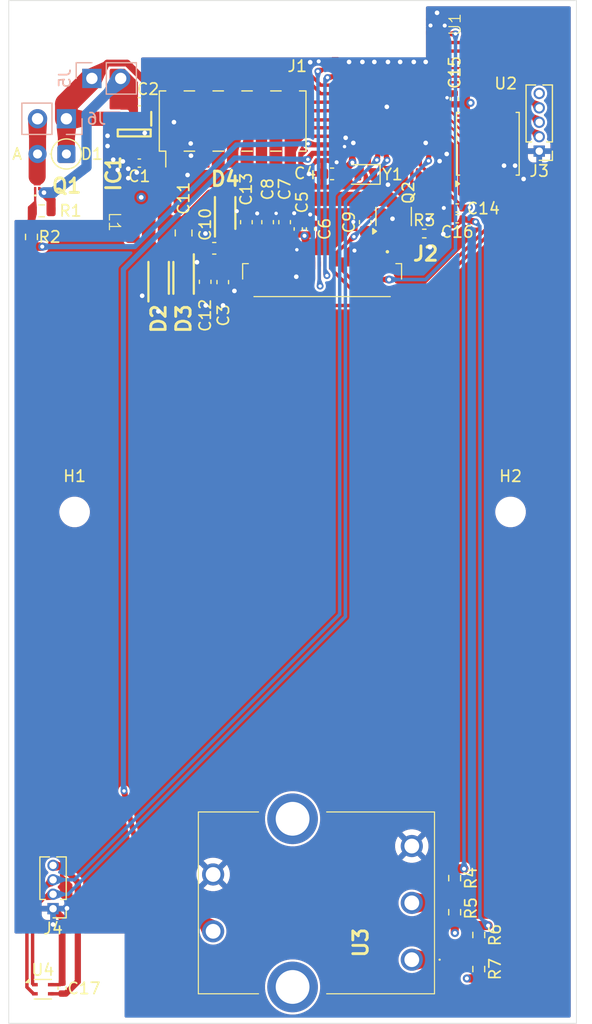
<source format=kicad_pcb>
(kicad_pcb (version 20241229) (generator "pcbnew") (generator_version "9.0")
  (layers (0 "F.Cu" signal) (4 "In1.Cu" signal) (6 "In2.Cu" signal) (2 "B.Cu" signal) (13 "F.Paste" user) (15 "B.Paste" user) (5 "F.SilkS" user "F.Silkscreen") (7 "B.SilkS" user "B.Silkscreen") (1 "F.Mask" user) (3 "B.Mask" user) (25 "Edge.Cuts" user))
  (net 0 "")
  (net 1 "GND")
  (net 2 "/ENC_A")
  (net 3 "/ENC_B")
  (net 4 "/SWDIO")
  (net 5 "/SWDCLK")
  (net 6 "/SCL")
  (net 7 "/SDA")
  (net 8 "+5V")
  (net 9 "/ENC_BTN")
  (net 10 "Net-(D1-A)")
  (net 11 "Net-(Q1-G)")
  (net 12 "/HEAT_ENABLE")
  (net 15 "+2V5")
  (net 17 "Net-(D3-A)")
  (net 18 "Net-(D2-A)")
  (net 19 "/EPD_BUSY_N")
  (net 20 "Net-(Q2-G)")
  (net 21 "/EPD_SDA")
  (net 22 "Net-(Q2-S)")
  (net 23 "/EPD_CSB")
  (net 24 "/EPD_DC")
  (net 25 "/EPD_RST_N")
  (net 28 "/NRESET")
  (net 29 "/EPD_SCK")
  (net 30 "Net-(U1-P1.01{slash}XL2)")
  (net 31 "Net-(U1-P1.00{slash}XL1)")
  (net 34 "/QSPI_CS")
  (net 35 "/QSPI_IO3")
  (net 36 "/QSPI_IO0")
  (net 37 "/QSPI_CLK")
  (net 38 "/QSPI_IO1")
  (net 39 "/QSPI_IO2")
  (net 40 "Net-(C3-Pad2)")
  (net 41 "Net-(C7-Pad1)")
  (net 42 "Net-(C8-Pad1)")
  (net 43 "Net-(C9-Pad1)")
  (net 44 "Net-(C10-Pad2)")
  (net 45 "Net-(D4-A)")
  (net 46 "Net-(D4-K)")
  (net 47 "Net-(J1-Pin_10)")
  (net 48 "Net-(J1-Pin_5)")
  (net 49 "Net-(J1-Pin_6)")
  (net 50 "Net-(J1-Pin_8)")
  (net 52 "Net-(J1-Pin_9)")
  (net 53 "Net-(J1-Pin_4)")
  (net 54 "Net-(J1-Pin_3)")
  (net 62 "Net-(R4-Pad2)")
  (net 63 "Net-(R6-Pad2)")
  (footprint "Capacitor_SMD:C_0603_1608Metric" (layer "F.Cu") (at 93.85 79.775 90)
    (property "Reference" "C3")
    (property "Value" "1u")
  )
  (footprint "Capacitor_SMD:C_0603_1608Metric" (layer "F.Cu") (at 106.4 74.5 90)
    (property "Reference" "C9")
    (property "Value" "1u")
  )
  (footprint "Capacitor_SMD:C_0402_1005Metric" (layer "F.Cu") (at 86.5 69.3 180)
    (property "Reference" "C1")
    (property "Value" "1u")
  )
  (footprint "Crystal:Crystal_SMD_2012-2Pin_2.0x1.2mm" (layer "F.Cu") (at 106.45 70.3 180)
    (property "Reference" "Y1")
    (property "Value" "32.768kHz")
  )
  (footprint "Panjit:SODFL3618X110N" (layer "F.Cu") (at 88.2 79.4 90)
    (property "Reference" "D2")
    (property "Value" "40V 2A" (hide yes))
  )
  (footprint "Diode_THT:D_DO-35_SOD27_P2.54mm_Vertical_AnodeUp" (layer "F.Cu") (at 80.075 68.5 180)
    (property "Reference" "D1")
    (property "Value" "1N4148-T")
  )
  (footprint "Capacitor_SMD:C_0603_1608Metric" (layer "F.Cu") (at 97.8 74.5 90)
    (property "Reference" "C8")
    (property "Value" "1u")
  )
  (footprint "Package_SO:SOIC-8_5.3x5.3mm_P1.27mm" (layer "F.Cu") (at 117.2 67.6 90)
    (property "Reference" "U2")
    (property "Value" "W25Q16JVSS")
  )
  (footprint "Resistor_SMD:R_0603_1608Metric" (layer "F.Cu") (at 116.4 137.225 -90)
    (property "Reference" "R6")
    (property "Value" "10k")
  )
  (footprint "Capacitor_SMD:C_0603_1608Metric" (layer "F.Cu") (at 103.475 70.25 180)
    (property "Reference" "C4")
    (property "Value" "10u")
  )
  (footprint "Capacitor_SMD:C_0402_1005Metric" (layer "F.Cu") (at 114.25 63.65 90)
    (property "Reference" "C15")
    (property "Value" "100n")
  )
  (footprint "Capacitor_SMD:C_0402_1005Metric" (layer "F.Cu") (at 101.575 75.1 90)
    (property "Reference" "C6")
    (property "Value" "100n")
  )
  (footprint "Ezurio:453-00xxx" (layer "F.Cu") (at 108.5 62.7 90)
    (property "Reference" "U1")
    (property "Value" "~" (hide yes))
  )
  (footprint "Hirose:FH34SRJ24S05SH50" (layer "F.Cu") (at 102.6 79.6)
    (property "Reference" "J2")
    (property "Value" "FH34SRJ-24S-0.5SH_50_" (hide yes))
  )
  (footprint "Resistor_SMD:R_0603_1608Metric" (layer "F.Cu") (at 114.27675 135.222382 -90)
    (property "Reference" "R5")
    (property "Value" "10k")
  )
  (footprint "Capacitor_SMD:C_0402_1005Metric" (layer "F.Cu") (at 86.5 63.9 180)
    (property "Reference" "C2")
    (property "Value" "0.1u")
  )
  (footprint "Capacitor_SMD:C_0805_2012Metric" (layer "F.Cu") (at 90.4 75.45 -90)
    (property "Reference" "C11")
    (property "Value" "4.7u")
  )
  (footprint "Connector_PinHeader_2.54mm:PinHeader_2x05_P2.54mm_Vertical_SMD" (layer "F.Cu") (at 94.72 65.6 90)
    (property "Reference" "J1")
    (property "Value" "Conn_02x05_Odd_Even")
  )
  (footprint "Resistor_SMD:R_0603_1608Metric" (layer "F.Cu") (at 77.9 73.5)
    (property "Reference" "R1")
    (property "Value" "100k")
  )
  (footprint "Bourns:PEC164120FS0012" (layer "F.Cu") (at 102.1 134.4 90)
    (property "Reference" "U3")
    (property "Value" "PEC16-4220F-S0012" (hide yes))
  )
  (footprint "Connector_PinHeader_1.27mm:PinHeader_1x04_P1.27mm_Vertical" (layer "F.Cu") (at 78.9 134.91 180)
    (property "Reference" "J4")
    (property "Value" "Conn_01x04")
  )
  (footprint "Capacitor_SMD:C_0402_1005Metric" (layer "F.Cu") (at 79.7 141.9 90)
    (property "Reference" "C17")
    (property "Value" "100n")
  )
  (footprint "Panjit:SODFL3618X110N" (layer "F.Cu") (at 94.06 73.69 90)
    (property "Reference" "D4")
    (property "Value" "40V 2A" (hide yes))
  )
  (footprint "TI2:SOT95P280X145-5N" (layer "F.Cu") (at 86.05 66.65 -90)
    (property "Reference" "IC1")
    (property "Value" "TLV74125PDBVR" (hide yes))
  )
  (footprint "Connector_PinHeader_1.27mm:PinHeader_1x05_P1.27mm_Vertical" (layer "F.Cu") (at 121.725 68.25 180)
    (property "Reference" "J3")
    (property "Value" "Conn_01x05")
  )
  (footprint "Capacitor_SMD:C_0402_1005Metric" (layer "F.Cu") (at 114.5 74.2 180)
    (property "Reference" "C16")
    (property "Value" "10n")
  )
  (footprint "Panjit:SODFL3618X110N" (layer "F.Cu") (at 90.4 79.4 -90)
    (property "Reference" "D3")
    (property "Value" "40V 2A" (hide yes))
  )
  (footprint "PMH600UNEH:PMH600UNEH" (layer "F.Cu") (at 77.5 71.3)
    (property "Reference" "Q1")
    (property "Value" "PMH600UNEH" (hide yes))
  )
  (footprint "Inductors_extra:ATNR4010" (layer "F.Cu") (at 87.325 74.475 -90)
    (property "Reference" "L1")
    (property "Value" "10uH")
  )
  (footprint "Resistor_SMD:R_0603_1608Metric" (layer "F.Cu") (at 114.27675 132.222382 -90)
    (property "Reference" "R4")
    (property "Value" "10k")
  )
  (footprint "Capacitor_SMD:C_0402_1005Metric" (layer "F.Cu") (at 114.5 73.25 180)
    (property "Reference" "C14")
    (property "Value" "10n")
  )
  (footprint "Resistor_SMD:R_0603_1608Metric" (layer "F.Cu") (at 77 75.8 -90)
    (property "Reference" "R2")
    (property "Value" "10k")
  )
  (footprint "Resistor_SMD:R_0402_1005Metric" (layer "F.Cu") (at 111.6 75.5)
    (property "Reference" "R3")
    (property "Value" "0.47R")
  )
  (footprint "MountingHole:MountingHole_2.2mm_M2" (layer "F.Cu") (at 80.8 100)
    (property "Reference" "H1")
    (property "Value" "MountingHole")
  )
  (footprint "Capacitor_SMD:C_0402_1005Metric" (layer "F.Cu") (at 100.5 75.1 90)
    (property "Reference" "C5")
    (property "Value" "1u")
  )
  (footprint "Capacitor_SMD:C_0603_1608Metric" (layer "F.Cu") (at 95.93 74.5 -90)
    (property "Reference" "C13")
    (property "Value" "1u")
  )
  (footprint "Package_TO_SOT_SMD:SOT-23-3" (layer "F.Cu") (at 108.9 74 90)
    (property "Reference" "Q2")
    (property "Value" "DMG3406L")
  )
  (footprint "Resistor_SMD:R_0603_1608Metric" (layer "F.Cu") (at 116.4 140.225 -90)
    (property "Reference" "R7")
    (property "Value" "10k")
  )
  (footprint "MountingHole:MountingHole_2.2mm_M2" (layer "F.Cu") (at 119.2 100)
    (property "Reference" "H2")
    (property "Value" "MountingHole")
  )
  (footprint "Capacitor_SMD:C_0603_1608Metric" (layer "F.Cu") (at 92.3 79.75 90)
    (property "Reference" "C12")
    (property "Value" "1u")
  )
  (footprint "Capacitor_SMD:C_0603_1608Metric" (layer "F.Cu") (at 93.1 76.8)
    (property "Reference" "C10")
    (property "Value" "1u")
  )
  (footprint "Capacitor_SMD:C_0603_1608Metric" (layer "F.Cu") (at 99.3 74.5 90)
    (property "Reference" "C7")
    (property "Value" "1u")
  )
  (footprint "Sensor_Humidity:Sensirion_DFN-4_1.5x1.5mm_P0.8mm_SHT4x_NoCentralPad" (layer "F.Cu") (at 78 142)
    (property "Reference" "U4")
    (property "Value" "SHT4x")
  )
  (footprint "Connector_PinHeader_2.54mm:PinHeader_1x02_P2.54mm_Vertical" (layer "B.Cu") (at 80.075 65.4 90)
    (property "Reference" "J6")
    (property "Value" "Conn_01x02")
  )
  (footprint "Connector_PinHeader_2.54mm:PinHeader_1x02_P2.54mm_Vertical" (layer "B.Cu") (at 82.32 61.85 -90)
    (property "Reference" "J5")
    (property "Value" "Conn_01x02")
  )
  (gr_line (start 125 55) (end 75 55) (stroke (width 0.05)) (layer "Edge.Cuts"))
  (gr_line (start 75 145) (end 125 145) (stroke (width 0.05)) (layer "Edge.Cuts"))
  (gr_line (start 125 145) (end 125 55) (stroke (width 0.05)) (layer "Edge.Cuts"))
  (gr_line (start 75 55) (end 75 145) (stroke (width 0.05)) (layer "Edge.Cuts"))
  (segment (start 103.88 69.23) (end 104.13 69.2) (width 0.45) (layer "F.Cu") (net 1))
  (segment (start 104.4992 68.8308) (end 104.4992 68.48896) (width 0.45) (layer "F.Cu") (net 1))
  (segment (start 114.25 63.17) (end 113.984996 63.17) (width 0.55) (layer "F.Cu") (net 1))
  (segment (start 104.13 69.2) (end 104.4992 68.8308) (width 0.45) (layer "F.Cu") (net 1))
  (segment (start 112.15 57.19216) (end 111.97521 57.36695) (width 0.45) (layer "F.Cu") (net 1))
  (segment (start 112.746 57.19216) (end 112.15 57.19216) (width 0.5) (layer "F.Cu") (net 1))
  (segment (start 77.727 71.545) (end 77.745 71.545) (width 0.2) (layer "F.Cu") (net 1))
  (segment (start 114.02 74.2) (end 114.02 73.25) (width 0.55) (layer "F.Cu") (net 1))
  (segment (start 112.746 57.19216) (end 112.309 57.19216) (width 0.5) (layer "F.Cu") (net 1))
  (segment (start 79.52 141.6) (end 79.7 141.42) (width 0.3) (layer "F.Cu") (net 1))
  (segment (start 79.7 135.71) (end 78.9 134.91) (width 0.6) (layer "F.Cu") (net 1))
  (segment (start 84.86 61.85) (end 86.02 63.01) (width 0.6) (layer "F.Cu") (net 1))
  (segment (start 111.97521 57.36695) (end 111.97521 57.94979) (width 0.45) (layer "F.Cu") (net 1))
  (segment (start 86.02 63.01) (end 86.02 63.9) (width 0.6) (layer "F.Cu") (net 1))
  (segment (start 104.575 67.85) (end 104.4992 67.9008) (width 0.45) (layer "F.Cu") (net 1))
  (segment (start 77.745 71.545) (end 78.1 71.9) (width 0.2) (layer "F.Cu") (net 1))
  (segment (start 113.984996 63.17) (end 113.606006 63.54899) (width 0.55) (layer "F.Cu") (net 1))
  (segment (start 78.7 141.6) (end 79.52 141.6) (width 0.3) (layer "F.Cu") (net 1))
  (segment (start 112.15 57.19216) (end 112 57.19216) (width 0.5) (layer "F.Cu") (net 1))
  (segment (start 78.725 73.5) (end 78.725 72.525) (width 0.8) (layer "F.Cu") (net 1))
  (segment (start 105.45 77) (end 105.094934 77.055066) (width 0.3) (layer "F.Cu") (net 1))
  (segment (start 112 57.19216) (end 112 56.6) (width 0.5) (layer "F.Cu") (net 1))
  (segment (start 86.05 63.6225) (end 86.05 65.4) (width 0.65) (layer "F.Cu") (net 1))
  (segment (start 104.4992 67.9008) (end 104.4992 68.48896) (width 0.45) (layer "F.Cu") (net 1))
  (segment (start 105.094934 77.055066) (end 104.85 77.3) (width 0.3) (layer "F.Cu") (net 1))
  (segment (start 78.725 72.525) (end 78.1 71.9) (width 0.8) (layer "F.Cu") (net 1))
  (segment (start 79.7 141.42) (end 79.7 135.71) (width 0.6) (layer "F.Cu") (net 1))
  (segment (start 104.85 77.3) (end 104.85 78) (width 0.3) (layer "F.Cu") (net 1))
  (via (at 101.45 70.25) (size 0.8128) (drill 0.4064) (layers "F.Cu" "B.Cu") (net 1))
  (via (at 105.45 77) (size 0.7112) (drill 0.3556) (layers "F.Cu" "B.Cu") (net 1))
  (via (at 112.95 69.125) (size 0.8128) (drill 0.4064) (layers "F.Cu" "B.Cu") (net 1))
  (via (at 90.75 70.35) (size 0.8128) (drill 0.4064) (layers "F.Cu" "B.Cu") (net 1))
  (via (at 100.325 79.3) (size 0.8128) (drill 0.4064) (layers "F.Cu" "B.Cu") (net 1))
  (via (at 120.35 70.7) (size 0.8128) (drill 0.4064) (layers "F.Cu" "B.Cu") (net 1))
  (via (at 101.55 60.425) (size 0.8128) (drill 0.4064) (layers "F.Cu" "B.Cu") (net 1))
  (via (at 91.575 78.025) (size 0.8128) (drill 0.4064) (layers "F.Cu" "B.Cu") (net 1))
  (via (at 85.525 69.8) (size 0.8128) (drill 0.4064) (layers "F.Cu" "B.Cu") (net 1))
  (via (at 98.55 73.725) (size 0.6096) (drill 0.3048) (layers "F.Cu" "B.Cu") (net 1))
  (via (at 104.975 60.4) (size 0.8128) (drill 0.4064) (layers "F.Cu" "B.Cu") (net 1))
  (via (at 86.275 70.125) (size 0.8128) (drill 0.4064) (layers "F.Cu" "B.Cu") (net 1))
  (via (at 104.575 67.85) (size 0.6096) (drill 0.3048) (layers "F.Cu" "B.Cu") (net 1))
  (via (at 108.3 64.35) (size 0.8128) (drill 0.4064) (layers "F.Cu" "B.Cu") (net 1))
  (via (at 101.55 73.825) (size 0.7112) (drill 0.3556) (layers "F.Cu" "B.Cu") (net 1))
  (via (at 104.675 67.075) (size 0.8128) (drill 0.4064) (layers "F.Cu" "B.Cu") (net 1))
  (via (at 92.35 81.825) (size 0.8128) (drill 0.4064) (layers "F.Cu" "B.Cu") (net 1))
  (via (at 118.625 69.525) (size 0.8128) (drill 0.4064) (layers "F.Cu" "B.Cu") (net 1))
  (via (at 102.3 60.35) (size 0.7112) (drill 0.3556) (layers "F.Cu" "B.Cu") (net 1))
  (via (at 119.6 69.525) (size 0.8128) (drill 0.4064) (layers "F.Cu" "B.Cu") (net 1))
  (via (at 112.15 57.19216) (size 0.7112) (drill 0.3556) (layers "F.Cu" "B.Cu") (net 1))
  (via (at 85.525 70.625) (size 0.8128) (drill 0.4064) (layers "F.Cu" "B.Cu") (net 1))
  (via (at 113.275 75.55) (size 0.8128) (drill 0.4064) (layers "F.Cu" "B.Cu") (net 1))
  (via (at 111.725 60.4) (size 0.8128) (drill 0.4064) (layers "F.Cu" "B.Cu") (net 1))
  (via (at 94.875 80.55) (size 0.8128) (drill 0.4064) (layers "F.Cu" "B.Cu") (net 1))
  (via (at 86.75 80.975) (size 0.8128) (drill 0.4064) (layers "F.Cu" "B.Cu") (net 1))
  (via (at 91.05 68.65) (size 0.8128) (drill 0.4064) (layers "F.Cu" "B.Cu") (net 1))
  (via (at 83.7 67.8) (size 0.8128) (drill 0.4064) (layers "F.Cu" "B.Cu") (net 1))
  (via (at 111.725 67.525) (size 0.8128) (drill 0.4064) (layers "F.Cu" "B.Cu") (net 1))
  (via (at 108.8 74.2) (size 0.8128) (drill 0.4064) (layers "F.Cu" "B.Cu") (net 1))
  (via (at 100.14 73.71) (size 0.7112) (drill 0.3556) (layers "F.Cu" "B.Cu") (net 1))
  (via (at 106.15 60.4) (size 0.8128) (drill 0.4064) (layers "F.Cu" "B.Cu") (net 1))
  (via (at 113.4 57.2) (size 0.7112) (drill 0.3556) (layers "F.Cu" "B.Cu") (net 1))
  (via (at 88.175 82.35) (size 0.8128) (drill 0.4064) (layers "F.Cu" "B.Cu") (net 1))
  (via (at 85.05 69.15) (size 0.8128) (drill 0.4064) (layers "F.Cu" "B.Cu") (net 1))
  (via (at 112.725 56.075) (size 0.8128) (drill 0.4064) (layers "F.Cu" "B.Cu") (net 1))
  (via (at 96.88 73.73) (size 0.7112) (drill 0.3556) (layers "F.Cu" "B.Cu") (net 1))
  (via (at 100.375 76.925) (size 0.6096) (drill 0.3048) (layers "F.Cu" "B.Cu") (net 1))
  (via (at 112.1 76.7) (size 0.8128) (drill 0.4064) (layers "F.Cu" "B.Cu") (net 1))
  (via (at 108.4 71.2) (size 0.8128) (drill 0.4064) (layers "F.Cu" "B.Cu") (net 1))
  (via (at 109.475 60.4) (size 0.8128) (drill 0.4064) (layers "F.Cu" "B.Cu") (net 1))
  (via (at 110.675 60.4) (size 0.8128) (drill 0.4064) (layers "F.Cu" "B.Cu") (net 1))
  (via (at 95.09 73.53) (size 0.7112) (drill 0.3556) (layers "F.Cu" "B.Cu") (net 1))
  (via (at 91.025 67.575) (size 0.8128) (drill 0.4064) (layers "F.Cu" "B.Cu") (net 1))
  (via (at 113.32 73.25) (size 0.7112) (drill 0.3556) (layers "F.Cu" "B.Cu") (net 1))
  (via (at 108.4 60.4) (size 0.8128) (drill 0.4064) (layers "F.Cu" "B.Cu") (net 1))
  (via (at 113.606006 63.54899) (size 0.6096) (drill 0.3048) (layers "F.Cu" "B.Cu") (net 1))
  (via (at 84.2 69) (size 0.8128) (drill 0.4064) (layers "F.Cu" "B.Cu") (net 1))
  (via (at 86.975 66.65) (size 0.8128) (drill 0.4064) (layers "F.Cu" "B.Cu") (net 1))
  (via (at 92.325 75.5) (size 0.8128) (drill 0.4064) (layers "F.Cu" "B.Cu") (net 1))
  (via (at 83.7 66.9) (size 0.8128) (drill 0.4064) (layers "F.Cu" "B.Cu") (net 1))
  (via (at 113.575 68.5) (size 0.8128) (drill 0.4064) (layers "F.Cu" "B.Cu") (net 1))
  (via (at 84.6 69.9) (size 0.8128) (drill 0.4064) (layers "F.Cu" "B.Cu") (net 1))
  (via (at 78.9 136.3) (size 0.8128) (drill 0.4064) (layers "F.Cu" "B.Cu") (net 1))
  (via (at 107.2 60.4) (size 0.8128) (drill 0.4064) (layers "F.Cu" "B.Cu") (net 1))
  (via (at 105.35 74.475) (size 0.7112) (drill 0.3556) (layers "F.Cu" "B.Cu") (net 1))
  (via (at 103.88 69.23) (size 0.7112) (drill 0.3556) (layers "F.Cu" "B.Cu") (net 1))
  (via (at 89.55 65.7) (size 0.8128) (drill 0.4064) (layers "F.Cu" "B.Cu") (net 1))
  (via (at 105.35 67.525) (size 0.8128) (drill 0.4064) (layers "F.Cu" "B.Cu") (net 1))
  (via (at 93.875 81.825) (size 0.8128) (drill 0.4064) (layers "F.Cu" "B.Cu") (net 1))
  (via (at 78.1 71.9) (size 0.8128) (drill 0.4064) (layers "F.Cu" "B.Cu") (net 1))
  (via (at 111.925 74.25) (size 0.8128) (drill 0.4064) (layers "F.Cu" "B.Cu") (net 1))
  (via (at 80.125 134.875) (size 0.8128) (drill 0.4064) (layers "F.Cu" "B.Cu") (net 1))
  (segment (start 81.85 65) (end 81.85 69.65) (width 0.9) (layer "B.Cu") (net 1))
  (segment (start 78.9 71.9) (end 78.1 71.9) (width 0.95) (layer "B.Cu") (net 1))
  (segment (start 84.86 61.99) (end 81.85 65) (width 0.9) (layer "B.Cu") (net 1))
  (segment (start 84.86 61.85) (end 84.86 61.99) (width 0.9) (layer "B.Cu") (net 1))
  (segment (start 81.85 69.65) (end 78.9 71.9) (width 0.9) (layer "B.Cu") (net 1))
  (segment (start 114.98 74.25) (end 114.339 74.891) (width 0.3) (layer "F.Cu") (net 2))
  (segment (start 116.4 136.4) (end 117.225 136.4) (width 0.8) (layer "F.Cu") (net 2))
  (segment (start 110.4992 71.729886) (end 110.4992 68.48896) (width 0.3) (layer "F.Cu") (net 2))
  (segment (start 114.339 74.891) (end 113.660314 74.891) (width 0.3) (layer "F.Cu") (net 2))
  (segment (start 113.660314 74.891) (end 110.4992 71.729886) (width 0.3) (layer "F.Cu") (net 2))
  (segment (start 114.98 74.2) (end 114.98 74.25) (width 0.3) (layer "F.Cu") (net 2))
  (segment (start 114.98 74.2) (end 116.125 74.475) (width 0.5) (layer "F.Cu") (net 2))
  (via (at 117.225 136.4) (size 0.7112) (drill 0.3556) (layers "F.Cu" "B.Cu") (net 2))
  (via (at 116.125 74.475) (size 0.6096) (drill 0.3048) (layers "F.Cu" "B.Cu") (net 2))
  (segment (start 116.5 135.675) (end 117.225 136.4) (width 0.3) (layer "B.Cu") (net 2))
  (segment (start 116.125 74.475) (end 116.5 74.85) (width 0.3) (layer "B.Cu") (net 2))
  (segment (start 116.5 74.85) (end 116.5 135.675) (width 0.3) (layer "B.Cu") (net 2))
  (segment (start 111.2492 69.4692) (end 114.98 73.2) (width 0.3) (layer "F.Cu") (net 3))
  (segment (start 115.03 73.3) (end 114.98 73.25) (width 0.5) (layer "F.Cu") (net 3))
  (segment (start 114.98 73.2) (end 114.98 73.25) (width 0.3) (layer "F.Cu") (net 3))
  (segment (start 115.047382 131.397382) (end 114.27675 131.397382) (width 0.8) (layer "F.Cu") (net 3))
  (segment (start 111.2492 68.48896) (end 111.2492 69.4692) (width 0.3) (layer "F.Cu") (net 3))
  (segment (start 115.1 131.4) (end 115.047382 131.397382) (width 0.8) (layer "F.Cu") (net 3))
  (segment (start 115.575 73.2) (end 115.03 73.3) (width 0.5) (layer "F.Cu") (net 3))
  (via (at 115.575 73.2) (size 0.6096) (drill 0.3048) (layers "F.Cu" "B.Cu") (net 3))
  (via (at 115.1 131.4) (size 0.7112) (drill 0.3556) (layers "F.Cu" "B.Cu") (net 3))
  (segment (start 115.575 73.2) (end 115.05 73.85) (width 0.3) (layer "B.Cu") (net 3))
  (segment (start 115.05 73.85) (end 115.1 131.4) (width 0.3) (layer "B.Cu") (net 3))
  (segment (start 112.746 60.19216) (end 117.88852 60.19216) (width 0.2) (layer "F.Cu") (net 4))
  (segment (start 117.88852 60.19216) (end 120.725 63.02864) (width 0.2) (layer "F.Cu") (net 4))
  (segment (start 120.725 63.02864) (end 120.725 63.44) (width 0.2) (layer "F.Cu") (net 4))
  (segment (start 120.725 63.44) (end 121.725 64.44) (width 0.2) (layer "F.Cu") (net 4))
  (segment (start 120.325 63.194325) (end 120.325 64.31) (width 0.2) (layer "F.Cu") (net 5))
  (segment (start 112.746 60.94216) (end 118.072835 60.94216) (width 0.2) (layer "F.Cu") (net 5))
  (segment (start 118.072835 60.94216) (end 120.325 63.194325) (width 0.2) (layer "F.Cu") (net 5))
  (segment (start 120.325 64.31) (end 121.725 65.71) (width 0.2) (layer "F.Cu") (net 5))
  (segment (start 107.425 69.025) (end 107.4992 69.0492) (width 0.3) (layer "F.Cu") (net 6))
  (segment (start 78.9 132.37) (end 76.598 134.672) (width 0.3) (layer "F.Cu") (net 6))
  (segment (start 76.598 134.672) (end 76.598 141.811546) (width 0.3) (layer "F.Cu") (net 6))
  (segment (start 76.598 141.811546) (end 77.186454 142.4) (width 0.3) (layer "F.Cu") (net 6))
  (segment (start 107.4992 69.0492) (end 107.4992 68.48896) (width 0.3) (layer "F.Cu") (net 6))
  (via (at 107.425 69.025) (size 0.6096) (drill 0.3048) (layers "F.Cu" "B.Cu") (net 6))
  (segment (start 107.425 69.025) (end 104.1434 72.3066) (width 0.3) (layer "B.Cu") (net 6))
  (segment (start 80.779943 132.37) (end 78.9 132.37) (width 0.3) (layer "B.Cu") (net 6))
  (segment (start 104.1434 74.97479) (end 104.15 74.981391) (width 0.3) (layer "B.Cu") (net 6))
  (segment (start 104.15 108.999943) (end 80.779943 132.37) (width 0.3) (layer "B.Cu") (net 6))
  (segment (start 104.15 74.981391) (end 104.15 108.999943) (width 0.3) (layer "B.Cu") (net 6))
  (segment (start 104.1434 72.3066) (end 104.1434 74.97479) (width 0.3) (layer "B.Cu") (net 6))
  (segment (start 78.468 133.64) (end 77.099 135.009) (width 0.3) (layer "F.Cu") (net 7))
  (segment (start 77.099 135.009) (end 77.099 141.512546) (width 0.3) (layer "F.Cu") (net 7))
  (segment (start 108.2492 69.0492) (end 108.2492 68.48896) (width 0.3) (layer "F.Cu") (net 7))
  (segment (start 108.325 69.05) (end 108.2492 69.0492) (width 0.3) (layer "F.Cu") (net 7))
  (segment (start 77.099 141.512546) (end 77.186454 141.6) (width 0.3) (layer "F.Cu") (net 7))
  (segment (start 78.9 133.64) (end 78.468 133.64) (width 0.3) (layer "F.Cu") (net 7))
  (via (at 108.325 69.05) (size 0.6096) (drill 0.3048) (layers "F.Cu" "B.Cu") (net 7))
  (segment (start 104.65 109.20705) (end 80.217049 133.64) (width 0.3) (layer "B.Cu") (net 7))
  (segment (start 104.65 72.75) (end 104.65 74.175716) (width 0.3) (layer "B.Cu") (net 7))
  (segment (start 108.325 69.05) (end 108.25 69.15) (width 0.3) (layer "B.Cu") (net 7))
  (segment (start 104.6434 74.182316) (end 104.6434 74.767684) (width 0.3) (layer "B.Cu") (net 7))
  (segment (start 104.65 74.175716) (end 104.6434 74.182316) (width 0.3) (layer "B.Cu") (net 7))
  (segment (start 80.217049 133.64) (end 78.9 133.64) (width 0.3) (layer "B.Cu") (net 7))
  (segment (start 104.6434 74.767684) (end 104.65 74.774284) (width 0.3) (layer "B.Cu") (net 7))
  (segment (start 108.25 69.15) (end 104.65 72.75) (width 0.3) (layer "B.Cu") (net 7))
  (segment (start 104.65 74.774284) (end 104.65 109.20705) (width 0.3) (layer "B.Cu") (net 7))
  (segment (start 86.98 65.38) (end 87 65.4) (width 0.6) (layer "F.Cu") (net 8))
  (segment (start 85.419603 60.499) (end 83.671 60.499) (width 0.6) (layer "F.Cu") (net 8))
  (segment (start 80.075 65.4) (end 84.7 65.4) (width 1.25) (layer "F.Cu") (net 8))
  (segment (start 86.98 63.9) (end 86.98 65.38) (width 0.6) (layer "F.Cu") (net 8))
  (segment (start 86.98 63.9) (end 86.98 62.059397) (width 0.6) (layer "F.Cu") (net 8))
  (segment (start 83.671 60.499) (end 82.32 61.85) (width 0.6) (layer "F.Cu") (net 8))
  (segment (start 86.98 62.059397) (end 85.419603 60.499) (width 0.6) (layer "F.Cu") (net 8))
  (segment (start 82.18 61.99) (end 80.075 64.095) (width 2) (layer "F.Cu") (net 8))
  (segment (start 80.075 64.095) (end 80.075 65.4) (width 2) (layer "F.Cu") (net 8))
  (segment (start 80.075 65.4) (end 80.075 68.5) (width 1.5) (layer "F.Cu") (net 8))
  (segment (start 86.45 130.35) (end 93 136.9) (width 0.45) (layer "F.Cu") (net 9))
  (segment (start 101.35 68.975) (end 101.75784 68.44216) (width 0.45) (layer "F.Cu") (net 9))
  (segment (start 101.75784 68.44216) (end 103.7524 68.44216) (width 0.45) (layer "F.Cu") (net 9))
  (segment (start 85.15 124.55) (end 86.45 130.35) (width 0.45) (layer "F.Cu") (net 9))
  (via (at 85.15 124.55) (size 0.6096) (drill 0.3048) (layers "F.Cu" "B.Cu") (net 9))
  (via (at 101.35 68.975) (size 0.6096) (drill 0.3048) (layers "F.Cu" "B.Cu") (net 9))
  (segment (start 85.095 124.495) (end 85.15 124.55) (width 0.45) (layer "B.Cu") (net 9))
  (segment (start 101.35 68.975) (end 94.9 68.85) (width 0.45) (layer "B.Cu") (net 9))
  (segment (start 94.9 68.85) (end 85.095 78.655) (width 0.45) (layer "B.Cu") (net 9))
  (segment (start 85.095 78.655) (end 85.095 124.495) (width 0.45) (layer "B.Cu") (net 9))
  (segment (start 77.5 68.535) (end 77.5 70.494001) (width 1.5) (layer "F.Cu") (net 10))
  (segment (start 77.535 65.4) (end 77.535 68.5) (width 1.5) (layer "F.Cu") (net 10))
  (segment (start 77.535 68.5) (end 77.5 68.535) (width 1.5) (layer "F.Cu") (net 10))
  (segment (start 77.325 72.95) (end 77.325 71.545) (width 0.2) (layer "F.Cu") (net 11))
  (segment (start 77.075 73.2) (end 77.325 72.95) (width 0.2) (layer "F.Cu") (net 11))
  (segment (start 77 73.575) (end 77.075 73.5) (width 0.65) (layer "F.Cu") (net 11))
  (segment (start 77 74.975) (end 77 73.575) (width 0.65) (layer "F.Cu") (net 11))
  (segment (start 77.075 73.5) (end 77.075 73.2) (width 0.2) (layer "F.Cu") (net 11))
  (segment (start 77.95 76.65) (end 77.025 76.65) (width 0.75) (layer "F.Cu") (net 12))
  (segment (start 77.025 76.65) (end 77 76.625) (width 0.75) (layer "F.Cu") (net 12))
  (segment (start 101.375 67.6) (end 101.40784 67.69216) (width 0.45) (layer "F.Cu") (net 12))
  (segment (start 101.40784 67.69216) (end 103.7524 67.69216) (width 0.45) (layer "F.Cu") (net 12))
  (via (at 77.95 76.65) (size 0.7112) (drill 0.3556) (layers "F.Cu" "B.Cu") (net 12))
  (via (at 101.375 67.6) (size 0.6096) (drill 0.3048) (layers "F.Cu" "B.Cu") (net 12))
  (segment (start 86.1 76.65) (end 77.95 76.65) (width 0.45) (layer "B.Cu") (net 12))
  (segment (start 95.05 67.7) (end 86.1 76.65) (width 0.45) (layer "B.Cu") (net 12))
  (segment (start 101.375 67.6) (end 95.05 67.7) (width 0.45) (layer "B.Cu") (net 12))
  (segment (start 87 69.3) (end 87 67.9) (width 0.6) (layer "F.Cu") (net 15))
  (segment (start 81.0824 141.328702) (end 80.031102 142.38) (width 0.55) (layer "F.Cu") (net 15))
  (segment (start 86.666157 72.316157) (end 85.925 73.057314) (width 1.25) (layer "F.Cu") (net 15))
  (segment (start 78.7 142.4) (end 79.68 142.4) (width 0.3) (layer "F.Cu") (net 15))
  (segment (start 101.05 75.7) (end 101.199 75.849) (width 0.6) (layer "F.Cu") (net 15))
  (segment (start 105.27 69.26) (end 105.24 69.26) (width 0.65) (layer "F.Cu") (net 15))
  (segment (start 88.475 67.875) (end 87.675 68.675) (width 0.9) (layer "F.Cu") (net 15))
  (segment (start 87.675 68.675) (end 87.05 69.3) (width 0.9) (layer "F.Cu") (net 15))
  (segment (start 100.85 78) (end 101.1 78.25) (width 0.3) (layer "F.Cu") (net 15))
  (segment (start 104.25 70.25) (end 104.25 70.2) (width 0.7) (layer "F.Cu") (net 15))
  (segment (start 87.675 69.925) (end 87.05 69.3) (width 1) (layer "F.Cu") (net 15))
  (segment (start 105.24 69.26) (end 104.25 70.25) (width 0.65) (layer "F.Cu") (net 15))
  (segment (start 80.031102 142.38) (end 79.7 142.38) (width 0.55) (layer "F.Cu") (net 15))
  (segment (start 115.35 141.05) (end 116.4 141.05) (width 0.7) (layer "F.Cu") (net 15))
  (segment (start 115.3075 64) (end 115.295 64.0125) (width 0.5) (layer "F.Cu") (net 15))
  (segment (start 87.675 68.675) (end 87.675 69.925) (width 0.9) (layer "F.Cu") (net 15))
  (segment (start 105.257299 69.247059) (end 105.370675 69.247059) (width 0.45) (layer "F.Cu") (net 15))
  (segment (start 115.675 64) (end 115.3075 64) (width 0.5) (layer "F.Cu") (net 15))
  (segment (start 79.68 142.4) (end 79.7 142.38) (width 0.3) (layer "F.Cu") (net 15))
  (segment (start 115.1775 64.13) (end 115.295 64.0125) (width 0.55) (layer "F.Cu") (net 15))
  (segment (start 114.27675 137.02675) (end 114.3 137.05) (width 0.7) (layer "F.Cu") (net 15))
  (segment (start 114.25 64.13) (end 115.1775 64.13) (width 0.55) (layer "F.Cu") (net 15))
  (segment (start 100.85 78) (end 101.05 77.8) (width 0.3) (layer "F.Cu") (net 15))
  (segment (start 85.925 73.057314) (end 85.925 74.475) (width 1.25) (layer "F.Cu") (net 15))
  (segment (start 101.199 75.849) (end 101.199 78) (width 0.6) (layer "F.Cu") (net 15))
  (segment (start 101.1 78.25) (end 101.1 78.275) (width 0.3) (layer "F.Cu") (net 15))
  (segment (start 86.666157 72.316157) (end 87.675 69.925) (width 1) (layer "F.Cu") (net 15))
  (segment (start 81.0824 132.575294) (end 81.0824 141.328702) (width 0.55) (layer "F.Cu") (net 15))
  (segment (start 105.2492 68.48896) (end 105.2492 69.23896) (width 0.45) (layer "F.Cu") (net 15))
  (segment (start 89.64 63.075) (end 88.475 64.24) (width 0.9) (layer "F.Cu") (net 15))
  (segment (start 88.475 64.24) (end 88.475 67.875) (width 0.9) (layer "F.Cu") (net 15))
  (segment (start 100.5 75.58) (end 101.575 75.58) (width 0.55) (layer "F.Cu") (net 15))
  (segment (start 101.05 77.8) (end 101.05 75.7) (width 0.3) (layer "F.Cu") (net 15))
  (segment (start 79.607106 131.1) (end 81.0824 132.575294) (width 0.55) (layer "F.Cu") (net 15))
  (segment (start 78.9 131.1) (end 79.607106 131.1) (width 0.55) (layer "F.Cu") (net 15))
  (segment (start 105.2492 69.23896) (end 105.257299 69.247059) (width 0.45) (layer "F.Cu") (net 15))
  (segment (start 114.27675 136.047382) (end 114.27675 137.02675) (width 0.7) (layer "F.Cu") (net 15))
  (via (at 105.27 69.26) (size 0.7112) (drill 0.3556) (layers "F.Cu" "B.Cu") (net 15))
  (via (at 86.666157 72.316157) (size 0.8128) (drill 0.4064) (layers "F.Cu" "B.Cu") (net 15))
  (via (at 114.3 137.05) (size 0.7112) (drill 0.3556) (layers "F.Cu" "B.Cu") (net 15))
  (via (at 115.675 64) (size 0.7112) (drill 0.3556) (layers "F.Cu" "B.Cu") (net 15))
  (via (at 115.35 141.05) (size 0.7112) (drill 0.3556) (layers "F.Cu" "B.Cu") (net 15))
  (via (at 101.05 75.7) (size 0.7112) (drill 0.3556) (layers "F.Cu" "B.Cu") (net 15))
  (segment (start 94.8 77.2) (end 94.1 77.9) (width 0.3) (layer "F.Cu") (net 17))
  (segment (start 97.1 77.2) (end 94.8 77.2) (width 0.3) (layer "F.Cu") (net 17))
  (segment (start 90.4 80.875) (end 92.3 78.975) (width 0.65) (layer "F.Cu") (net 17))
  (segment (start 97.35 78) (end 97.35 77.45) (width 0.3) (layer "F.Cu") (net 17))
  (segment (start 94.1 77.9) (end 93.375 77.9) (width 0.3) (layer "F.Cu") (net 17))
  (segment (start 97.35 77.45) (end 97.1 77.2) (width 0.3) (layer "F.Cu") (net 17))
  (segment (start 93.375 77.9) (end 92.3 78.975) (width 0.3) (layer "F.Cu") (net 17))
  (segment (start 90.4 80.975) (end 90.4 80.875) (width 0.65) (layer "F.Cu") (net 17))
  (segment (start 90.4 77.825) (end 90.4 76.4) (width 1) (layer "F.Cu") (net 18))
  (segment (start 88.2 77.825) (end 90.4 77.825) (width 1) (layer "F.Cu") (net 18))
  (segment (start 108.5 79.55) (end 105.2 79.55) (width 0.3) (layer "F.Cu") (net 19))
  (segment (start 104.35 78.7) (end 104.35 78) (width 0.3) (layer "F.Cu") (net 19))
  (segment (start 105.2 79.55) (end 104.35 78.7) (width 0.3) (layer "F.Cu") (net 19))
  (segment (start 114.35 57.925) (end 114.24216 57.94216) (width 0.3) (layer "F.Cu") (net 19))
  (segment (start 114.24216 57.94216) (end 112.746 57.94216) (width 0.3) (layer "F.Cu") (net 19))
  (via (at 108.5 79.55) (size 0.7112) (drill 0.3556) (layers "F.Cu" "B.Cu") (net 19))
  (via (at 114.35 57.925) (size 0.6096) (drill 0.3048) (layers "F.Cu" "B.Cu") (net 19))
  (segment (start 108.5 79.55) (end 111.7 79.55) (width 0.3) (layer "B.Cu") (net 19))
  (segment (start 114.35 76.9) (end 114.35 57.925) (width 0.3) (layer "B.Cu") (net 19))
  (segment (start 111.7 79.55) (end 114.35 76.9) (width 0.3) (layer "B.Cu") (net 19))
  (segment (start 107.85 75.2375) (end 107.95 75.1375) (width 0.3) (layer "F.Cu") (net 20))
  (segment (start 107.85 78) (end 107.85 75.2375) (width 0.3) (layer "F.Cu") (net 20))
  (segment (start 123.361 69.48752) (end 123.361 62.893984) (width 0.3) (layer "F.Cu") (net 21))
  (segment (start 111.01752 81.831) (end 123.361 69.48752) (width 0.3) (layer "F.Cu") (net 21))
  (segment (start 119.159176 58.69216) (end 112.746 58.69216) (width 0.3) (layer "F.Cu") (net 21))
  (segment (start 101.85 78.575) (end 101.749 78.676) (width 0.3) (layer "F.Cu") (net 21))
  (segment (start 101.85 78) (end 101.85 78.575) (width 0.3) (layer "F.Cu") (net 21))
  (segment (start 101.749 78.676) (end 101.749 80.398943) (width 0.3) (layer "F.Cu") (net 21))
  (segment (start 101.749 80.398943) (end 103.181057 81.831) (width 0.3) (layer "F.Cu") (net 21))
  (segment (start 123.361 62.893984) (end 119.159176 58.69216) (width 0.3) (layer "F.Cu") (net 21))
  (segment (start 103.181057 81.831) (end 111.01752 81.831) (width 0.3) (layer "F.Cu") (net 21))
  (segment (start 108.692 78.77) (end 109.85 77.612) (width 0.3) (layer "F.Cu") (net 22))
  (segment (start 109.85 77.612) (end 109.85 75.1375) (width 0.3) (layer "F.Cu") (net 22))
  (segment (start 109.85 75.1375) (end 110.2125 75.5) (width 0.65) (layer "F.Cu") (net 22))
  (segment (start 107.35 78.612) (end 107.508 78.77) (width 0.3) (layer "F.Cu") (net 22))
  (segment (start 110.2125 75.5) (end 111 75.5) (width 0.65) (layer "F.Cu") (net 22))
  (segment (start 107.35 78) (end 107.35 78.612) (width 0.3) (layer "F.Cu") (net 22))
  (segment (start 107.508 78.77) (end 108.692 78.77) (width 0.3) (layer "F.Cu") (net 22))
  (segment (start 103.075 61.775) (end 103.012797 61.69216) (width 0.3) (layer "F.Cu") (net 23))
  (segment (start 103.012797 61.69216) (end 103.7524 61.69216) (width 0.3) (layer "F.Cu") (net 23))
  (segment (start 102.85 79.126867) (end 102.85 78) (width 0.3) (layer "F.Cu") (net 23))
  (via (at 103.025 79.2) (size 0.6096) (drill 0.3048) (layers "F.Cu" "B.Cu") (net 23))
  (via (at 103.075 61.775) (size 0.6096) (drill 0.3048) (layers "F.Cu" "B.Cu") (net 23))
  (segment (start 103.025 79.2) (end 103.025 79.05) (width 0.3) (layer "B.Cu") (net 23))
  (segment (start 102.85 61.854957) (end 103.075 61.775) (width 0.3) (layer "B.Cu") (net 23))
  (segment (start 103.025 79.05) (end 102.85 78.875) (width 0.3) (layer "B.Cu") (net 23))
  (segment (start 102.85 78.875) (end 102.85 61.854957) (width 0.3) (layer "B.Cu") (net 23))
  (segment (start 110.81 81.33) (end 122.86 69.28) (width 0.3) (layer "F.Cu") (net 24))
  (segment (start 103.35 78) (end 103.35 78.56) (width 0.3) (layer "F.Cu") (net 24))
  (segment (start 122.86 69.28) (end 122.86 63.101504) (width 0.3) (layer "F.Cu") (net 24))
  (segment (start 119.200656 59.44216) (end 112.746 59.44216) (width 0.3) (layer "F.Cu") (net 24))
  (segment (start 122.86 63.101504) (end 119.200656 59.44216) (width 0.3) (layer "F.Cu") (net 24))
  (segment (start 106.12 81.33) (end 110.81 81.33) (width 0.3) (layer "F.Cu") (net 24))
  (segment (start 103.35 78.56) (end 106.12 81.33) (width 0.3) (layer "F.Cu") (net 24))
  (segment (start 103.85 77.2) (end 103.85 78) (width 0.3) (layer "F.Cu") (net 25))
  (segment (start 105.4 75.775) (end 103.85 77.2) (width 0.3) (layer "F.Cu") (net 25))
  (segment (start 111.975 69.1) (end 111.95 68.53815) (width 0.3) (layer "F.Cu") (net 25))
  (segment (start 111.95 68.53815) (end 111.99919 68.48896) (width 0.3) (layer "F.Cu") (net 25))
  (via (at 111.975 69.1) (size 0.6096) (drill 0.3048) (layers "F.Cu" "B.Cu") (net 25))
  (via (at 105.4 75.775) (size 0.6096) (drill 0.3048) (layers "F.Cu" "B.Cu") (net 25))
  (segment (start 111.9 69.15) (end 111.975 69.1) (width 0.3) (layer "B.Cu") (net 25))
  (segment (start 105.4 75.775) (end 111.9 69.15) (width 0.3) (layer "B.Cu") (net 25))
  (segment (start 119.875 65.13) (end 121.725 66.98) (width 0.2) (layer "F.Cu") (net 28))
  (segment (start 112.746 61.69216) (end 118.25715 61.69216) (width 0.2) (layer "F.Cu") (net 28))
  (segment (start 118.25715 61.69216) (end 119.875 63.31001) (width 0.2) (layer "F.Cu") (net 28))
  (segment (start 119.875 63.31001) (end 119.875 65.13) (width 0.2) (layer "F.Cu") (net 28))
  (segment (start 102.35 80.05) (end 102.425 80.125) (width 0.3) (layer "F.Cu") (net 29))
  (segment (start 102.35 78) (end 102.35 80.05) (width 0.3) (layer "F.Cu") (net 29))
  (segment (start 102.3934 61.0566) (end 102.225 61.225) (width 0.3) (layer "F.Cu") (net 29))
  (segment (start 103.63796 61.0566) (end 102.3934 61.0566) (width 0.3) (layer "F.Cu") (net 29))
  (segment (start 103.7524 60.94216) (end 103.63796 61.0566) (width 0.3) (layer "F.Cu") (net 29))
  (via (at 102.225 61.225) (size 0.6096) (drill 0.3048) (layers "F.Cu" "B.Cu") (net 29))
  (via (at 102.425 80.125) (size 0.6096) (drill 0.3048) (layers "F.Cu" "B.Cu") (net 29))
  (segment (start 102.225 61.225) (end 102.35 79.68076) (width 0.3) (layer "B.Cu") (net 29))
  (segment (start 102.35 79.68076) (end 102.425 80.1) (width 0.3) (layer "B.Cu") (net 29))
  (segment (start 106.7492 69.8992) (end 106.7492 68.48896) (width 0.3) (layer "F.Cu") (net 30))
  (segment (start 107.15 70.3) (end 106.7492 69.8992) (width 0.3) (layer "F.Cu") (net 30))
  (segment (start 106.126275 68.616035) (end 105.9992 68.48896) (width 0.3) (layer "F.Cu") (net 31))
  (segment (start 105.75 70.3) (end 106.126275 69.923725) (width 0.3) (layer "F.Cu") (net 31))
  (segment (start 106.126275 69.923725) (end 106.126275 68.616035) (width 0.3) (layer "F.Cu") (net 31))
  (segment (start 115.295 71.1875) (end 115.295 67.49116) (width 0.2) (layer "F.Cu") (net 34))
  (segment (start 115.295 67.49116) (end 113.246 65.44216) (width 0.2) (layer "F.Cu") (net 34))
  (segment (start 113.246 65.44216) (end 112.746 65.44216) (width 0.2) (layer "F.Cu") (net 34))
  (segment (start 115.953999 62.589) (end 113.72616 62.589) (width 0.2) (layer "F.Cu") (net 35))
  (segment (start 116.565 64.0125) (end 116.565 63.200001) (width 0.2) (layer "F.Cu") (net 35))
  (segment (start 113.347 62.96816) (end 112.97 62.96816) (width 0.2) (layer "F.Cu") (net 35))
  (segment (start 112.97 62.96816) (end 112.746 63.19216) (width 0.2) (layer "F.Cu") (net 35))
  (segment (start 116.565 63.200001) (end 115.953999 62.589) (width 0.2) (layer "F.Cu") (net 35))
  (segment (start 113.72616 62.589) (end 113.347 62.96816) (width 0.2) (layer "F.Cu") (net 35))
  (segment (start 119.105 63.200001) (end 118.091999 62.187) (width 0.2) (layer "F.Cu") (net 36))
  (segment (start 113.50116 62.187) (end 113.246 62.44216) (width 0.2) (layer "F.Cu") (net 36))
  (segment (start 118.091999 62.187) (end 113.50116 62.187) (width 0.2) (layer "F.Cu") (net 36))
  (segment (start 113.246 62.44216) (end 112.746 62.44216) (width 0.2) (layer "F.Cu") (net 36))
  (segment (start 119.105 64.0125) (end 119.105 63.200001) (width 0.2) (layer "F.Cu") (net 36))
  (segment (start 117.533999 65.126) (end 114.30684 65.126) (width 0.2) (layer "F.Cu") (net 37))
  (segment (start 117.835 64.0125) (end 117.835 64.824999) (width 0.2) (layer "F.Cu") (net 37))
  (segment (start 114.30684 65.126) (end 113.123 63.94216) (width 0.2) (layer "F.Cu") (net 37))
  (segment (start 117.835 64.824999) (end 117.533999 65.126) (width 0.2) (layer "F.Cu") (net 37))
  (segment (start 113.123 63.94216) (end 112.746 63.94216) (width 0.2) (layer "F.Cu") (net 37))
  (segment (start 116.565 68.13416) (end 113.123 64.69216) (width 0.2) (layer "F.Cu") (net 38))
  (segment (start 113.123 64.69216) (end 112.746 64.69216) (width 0.2) (layer "F.Cu") (net 38))
  (segment (start 116.565 71.1875) (end 116.565 68.13416) (width 0.2) (layer "F.Cu") (net 38))
  (segment (start 117.835 71.1875) (end 117.835 71.999999) (width 0.2) (layer "F.Cu") (net 39))
  (segment (start 114.669 67.619) (end 113.24216 66.19216) (width 0.2) (layer "F.Cu") (net 39))
  (segment (start 117.533999 72.301) (end 114.93601 72.301) (width 0.2) (layer "F.Cu") (net 39))
  (segment (start 114.669 72.03399) (end 114.669 67.619) (width 0.2) (layer "F.Cu") (net 39))
  (segment (start 114.93601 72.301) (end 114.669 72.03399) (width 0.2) (layer "F.Cu") (net 39))
  (segment (start 117.835 71.999999) (end 117.533999 72.301) (width 0.2) (layer "F.Cu") (net 39))
  (segment (start 113.24216 66.19216) (end 112.746 66.19216) (width 0.2) (layer "F.Cu") (net 39))
  (segment (start 96.85 78) (end 94.85 78) (width 0.3) (layer "F.Cu") (net 40))
  (segment (start 94.85 78) (end 93.85 79) (width 0.3) (layer "F.Cu") (net 40))
  (segment (start 99.85 78) (end 99.85 77.325) (width 0.3) (layer "F.Cu") (net 41))
  (segment (start 99.85 77.325) (end 99.55 77.025) (width 0.3) (layer "F.Cu") (net 41))
  (segment (start 99.55 75.525) (end 99.3 75.275) (width 0.3) (layer "F.Cu") (net 41))
  (segment (start 99.55 77.025) (end 99.55 75.525) (width 0.3) (layer "F.Cu") (net 41))
  (segment (start 98.85 76.325) (end 97.8 75.275) (width 0.3) (layer "F.Cu") (net 42))
  (segment (start 98.85 78) (end 98.85 76.325) (width 0.3) (layer "F.Cu") (net 42))
  (segment (start 106.35 78) (end 106.35 75.325) (width 0.3) (layer "F.Cu") (net 43))
  (segment (start 106.35 75.325) (end 106.4 75.275) (width 0.3) (layer "F.Cu") (net 43))
  (segment (start 94.492893 76.8) (end 93.875 76.8) (width 0.3) (layer "F.Cu") (net 44))
  (segment (start 97.85 78) (end 97.85 77.157106) (width 0.3) (layer "F.Cu") (net 44))
  (segment (start 94.692893 76.6) (end 94.492893 76.8) (width 0.3) (layer "F.Cu") (net 44))
  (segment (start 97.292894 76.6) (end 94.692893 76.6) (width 0.3) (layer "F.Cu") (net 44))
  (segment (start 97.85 77.157106) (end 97.292894 76.6) (width 0.3) (layer "F.Cu") (net 44))
  (segment (start 90.375 74.475) (end 90.4 74.5) (width 1) (layer "F.Cu") (net 45))
  (segment (start 108.4875 72.45) (end 108.9 72.8625) (width 1.25) (layer "F.Cu") (net 45))
  (segment (start 92.775 72.125) (end 94.05 72.125) (width 1) (layer "F.Cu") (net 45))
  (segment (start 90.4 74.5) (end 92.775 72.125) (width 1) (layer "F.Cu") (net 45))
  (segment (start 88.725 74.475) (end 90.375 74.475) (width 1) (layer "F.Cu") (net 45))
  (segment (start 94.06 72.115) (end 95.346035 72.115) (width 1.25) (layer "F.Cu") (net 45))
  (segment (start 94.05 72.125) (end 94.06 72.115) (width 1) (layer "F.Cu") (net 45))
  (segment (start 95.346035 72.115) (end 95.681035 72.45) (width 1.25) (layer "F.Cu") (net 45))
  (segment (start 95.681035 72.45) (end 108.4875 72.45) (width 1.25) (layer "F.Cu") (net 45))
  (segment (start 96.405 75.275) (end 97.23 76.1) (width 0.3) (layer "F.Cu") (net 46))
  (segment (start 97.5 76.1) (end 98.35 76.95) (width 0.3) (layer "F.Cu") (net 46))
  (segment (start 94.06 75.265) (end 94.07 75.275) (width 0.9) (layer "F.Cu") (net 46))
  (segment (start 95.93 75.275) (end 96.405 75.275) (width 0.3) (layer "F.Cu") (net 46))
  (segment (start 97.23 76.1) (end 97.5 76.1) (width 0.3) (layer "F.Cu") (net 46))
  (segment (start 98.35 76.95) (end 98.35 78) (width 0.3) (layer "F.Cu") (net 46))
  (segment (start 94.07 75.275) (end 95.93 75.275) (width 0.9) (layer "F.Cu") (net 46))
  (segment (start 100.66716 63.94216) (end 99.8 63.075) (width 0.3) (layer "F.Cu") (net 47))
  (segment (start 103.7524 63.94216) (end 100.66716 63.94216) (width 0.3) (layer "F.Cu") (net 47))
  (segment (start 95.57784 66.19216) (end 94.72 67.05) (width 0.3) (layer "F.Cu") (net 48))
  (segment (start 103.7524 66.19216) (end 95.57784 66.19216) (width 0.3) (layer "F.Cu") (net 48))
  (segment (start 94.72 67.05) (end 94.72 68.125) (width 0.3) (layer "F.Cu") (net 48))
  (segment (start 100.449 61.149) (end 95.551 61.149) (width 0.3) (layer "F.Cu") (net 49))
  (segment (start 94.72 61.98) (end 94.72 63.075) (width 0.3) (layer "F.Cu") (net 49))
  (segment (start 102.49216 63.19216) (end 100.449 61.149) (width 0.3) (layer "F.Cu") (net 49))
  (segment (start 95.551 61.149) (end 94.72 61.98) (width 0.3) (layer "F.Cu") (net 49))
  (segment (start 103.7524 63.19216) (end 102.49216 63.19216) (width 0.3) (layer "F.Cu") (net 49))
  (segment (start 98.111 65.001) (end 97.26 64.15) (width 0.3) (layer "F.Cu") (net 50))
  (segment (start 103.7524 64.69216) (end 100.95984 64.69216) (width 0.3) (layer "F.Cu") (net 50))
  (segment (start 97.26 64.15) (end 97.26 63.075) (width 0.3) (layer "F.Cu") (net 50))
  (segment (start 100.651 65.001) (end 98.111 65.001) (width 0.3) (layer "F.Cu") (net 50))
  (segment (start 100.95984 64.69216) (end 100.651 65.001) (width 0.3) (layer "F.Cu") (net 50))
  (segment (start 100.98284 66.94216) (end 99.8 68.125) (width 0.3) (layer "F.Cu") (net 52))
  (segment (start 103.7524 66.94216) (end 100.98284 66.94216) (width 0.3) (layer "F.Cu") (net 52))
  (segment (start 93.031 61.149) (end 92.18 62) (width 0.3) (layer "F.Cu") (net 53))
  (segment (start 95.343894 60.649) (end 94.843894 61.149) (width 0.3) (layer "F.Cu") (net 53))
  (segment (start 103.75239 62.44216) (end 102.492217 62.44216) (width 0.3) (layer "F.Cu") (net 53))
  (segment (start 92.18 62) (end 92.18 63.075) (width 0.3) (layer "F.Cu") (net 53))
  (segment (start 102.492217 62.44216) (end 100.699057 60.649) (width 0.3) (layer "F.Cu") (net 53))
  (segment (start 100.699057 60.649) (end 95.343894 60.649) (width 0.3) (layer "F.Cu") (net 53))
  (segment (start 94.843894 61.149) (end 93.031 61.149) (width 0.3) (layer "F.Cu") (net 53))
  (segment (start 92.18 67.05) (end 92.18 68.125) (width 0.3) (layer "F.Cu") (net 54))
  (segment (start 103.69356 65.501) (end 93.729 65.501) (width 0.3) (layer "F.Cu") (net 54))
  (segment (start 93.729 65.501) (end 92.18 67.05) (width 0.3) (layer "F.Cu") (net 54))
  (segment (start 103.7524 65.44216) (end 103.69356 65.501) (width 0.3) (layer "F.Cu") (net 54))
  (segment (start 110.5 134.4) (end 113.75 134.4) (width 0.95) (layer "F.Cu") (net 62))
  (segment (start 114.27675 133.122382) (end 114.27675 134.322382) (width 0.95) (layer "F.Cu") (net 62))
  (segment (start 113.75 134.4) (end 114.3 133.85) (width 0.95) (layer "F.Cu") (net 62))
  (segment (start 110.5 139.4) (end 115.75 139.4) (width 0.95) (layer "F.Cu") (net 63))
  (segment (start 116.4 138.75) (end 116.4 139.325) (width 0.95) (layer "F.Cu") (net 63))
  (segment (start 115.75 139.4) (end 116.4 138.75) (width 0.95) (layer "F.Cu") (net 63))
  (segment (start 116.4 138.125) (end 116.4 138.75) (width 0.95) (layer "F.Cu") (net 63))
  (zone (net 1) (net_name "GND") (layer "F.Cu") (name "5V_GND") (priority 1) (connect_pads yes (clearance 0.2)) (min_thickness 0.2) (fill yes (thermal_gap 0.5) (thermal_bridge_width 0.5))
    (polygon (pts (xy 83.88 64.8) (xy 83.88 60.87) (xy 86.38 60.87) (xy 86.38 64.8)))
  )
  (zone (net 1) (net_name "GND") (layers "F.Cu" "B.Cu" "In1.Cu" "In2.Cu") (name "GND") (connect_pads (clearance 0.2)) (min_thickness 0.25) (fill yes (thermal_gap 0.5) (thermal_bridge_width 0.5))
    (polygon (pts (xy 125 55) (xy 103.25 55) (xy 103.25 60) (xy 86.65 60) (xy 86.65 64.8) (xy 83.3 64.8) (xy 83.3 74.3) (xy 75 74.3) (xy 75 137.1) (xy 85.2 137.1) (xy 85.2 145) (xy 125 145)))
  )
)
</source>
